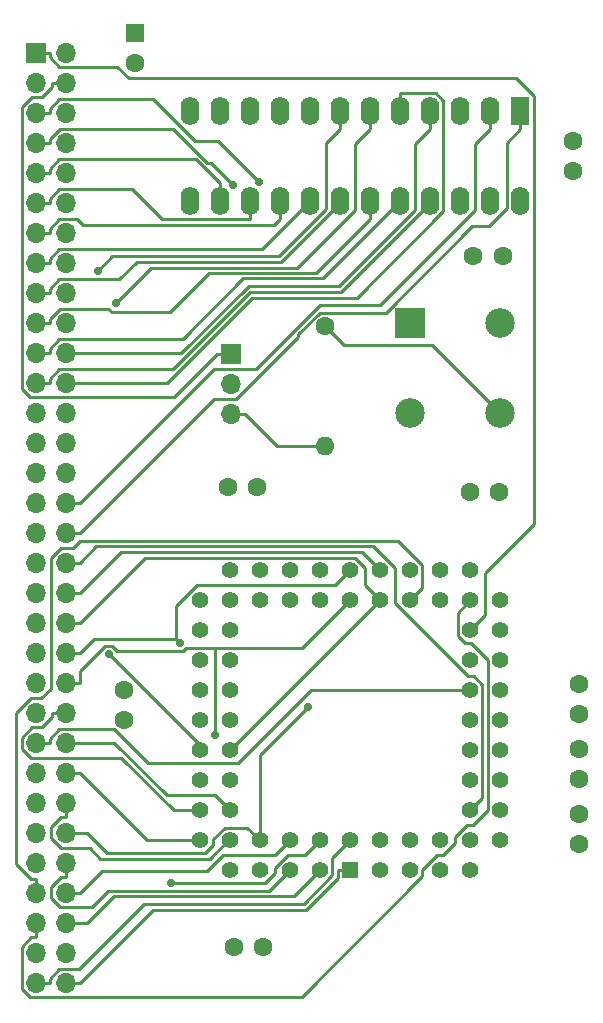
<source format=gbl>
G04 #@! TF.GenerationSoftware,KiCad,Pcbnew,8.0.0*
G04 #@! TF.CreationDate,2024-03-01T09:31:10-05:00*
G04 #@! TF.ProjectId,Rosco-CoPro,526f7363-6f2d-4436-9f50-726f2e6b6963,rev?*
G04 #@! TF.SameCoordinates,Original*
G04 #@! TF.FileFunction,Copper,L4,Bot*
G04 #@! TF.FilePolarity,Positive*
%FSLAX46Y46*%
G04 Gerber Fmt 4.6, Leading zero omitted, Abs format (unit mm)*
G04 Created by KiCad (PCBNEW 8.0.0) date 2024-03-01 09:31:10*
%MOMM*%
%LPD*%
G01*
G04 APERTURE LIST*
G04 #@! TA.AperFunction,ComponentPad*
%ADD10C,1.600000*%
G04 #@! TD*
G04 #@! TA.AperFunction,ComponentPad*
%ADD11R,1.700000X1.700000*%
G04 #@! TD*
G04 #@! TA.AperFunction,ComponentPad*
%ADD12O,1.700000X1.700000*%
G04 #@! TD*
G04 #@! TA.AperFunction,ComponentPad*
%ADD13O,1.600000X1.600000*%
G04 #@! TD*
G04 #@! TA.AperFunction,ComponentPad*
%ADD14R,1.600000X2.400000*%
G04 #@! TD*
G04 #@! TA.AperFunction,ComponentPad*
%ADD15O,1.600000X2.400000*%
G04 #@! TD*
G04 #@! TA.AperFunction,ComponentPad*
%ADD16R,1.422400X1.422400*%
G04 #@! TD*
G04 #@! TA.AperFunction,ComponentPad*
%ADD17C,1.422400*%
G04 #@! TD*
G04 #@! TA.AperFunction,ComponentPad*
%ADD18R,1.600000X1.600000*%
G04 #@! TD*
G04 #@! TA.AperFunction,ComponentPad*
%ADD19R,2.500000X2.500000*%
G04 #@! TD*
G04 #@! TA.AperFunction,ComponentPad*
%ADD20C,2.500000*%
G04 #@! TD*
G04 #@! TA.AperFunction,ViaPad*
%ADD21C,0.700000*%
G04 #@! TD*
G04 #@! TA.AperFunction,Conductor*
%ADD22C,0.250000*%
G04 #@! TD*
G04 APERTURE END LIST*
D10*
X54750000Y-97000000D03*
X57250000Y-97000000D03*
D11*
X55020000Y-85783300D03*
D12*
X55020000Y-88323300D03*
X55020000Y-90863300D03*
D10*
X63000000Y-83420000D03*
D13*
X63000000Y-93580000D03*
D10*
X84500000Y-119250000D03*
X84500000Y-121750000D03*
X55250000Y-136000000D03*
X57750000Y-136000000D03*
X75250000Y-97500000D03*
X77750000Y-97500000D03*
X46000000Y-116750000D03*
X46000000Y-114250000D03*
D14*
X79480000Y-65220000D03*
D15*
X76940000Y-65220000D03*
X74400000Y-65220000D03*
X71860000Y-65220000D03*
X69320000Y-65220000D03*
X66780000Y-65220000D03*
X64240000Y-65220000D03*
X61700000Y-65220000D03*
X59160000Y-65220000D03*
X56620000Y-65220000D03*
X54080000Y-65220000D03*
X51540000Y-65220000D03*
X51540000Y-72840000D03*
X54080000Y-72840000D03*
X56620000Y-72840000D03*
X59160000Y-72840000D03*
X61700000Y-72840000D03*
X64240000Y-72840000D03*
X66780000Y-72840000D03*
X69320000Y-72840000D03*
X71860000Y-72840000D03*
X74400000Y-72840000D03*
X76940000Y-72840000D03*
X79480000Y-72840000D03*
D10*
X84500000Y-116250000D03*
X84500000Y-113750000D03*
D16*
X65100000Y-129500000D03*
D17*
X65100000Y-126960000D03*
X67640000Y-129500000D03*
X67640000Y-126960000D03*
X70180000Y-129500000D03*
X70180000Y-126960000D03*
X72720000Y-129500000D03*
X72720000Y-126960000D03*
X75260000Y-129500000D03*
X77800000Y-126960000D03*
X75260000Y-126960000D03*
X77800000Y-124420000D03*
X75260000Y-124420000D03*
X77800000Y-121880000D03*
X75260000Y-121880000D03*
X77800000Y-119340000D03*
X75260000Y-119340000D03*
X77800000Y-116800000D03*
X75260000Y-116800000D03*
X77800000Y-114260000D03*
X75260000Y-114260000D03*
X77800000Y-111720000D03*
X75260000Y-111720000D03*
X77800000Y-109180000D03*
X75260000Y-109180000D03*
X77800000Y-106640000D03*
X75260000Y-104100000D03*
X75260000Y-106640000D03*
X72720000Y-104100000D03*
X72720000Y-106640000D03*
X70180000Y-104100000D03*
X70180000Y-106640000D03*
X67640000Y-104100000D03*
X67640000Y-106640000D03*
X65100000Y-104100000D03*
X65100000Y-106640000D03*
X62560000Y-104100000D03*
X62560000Y-106640000D03*
X60020000Y-104100000D03*
X60020000Y-106640000D03*
X57480000Y-104100000D03*
X57480000Y-106640000D03*
X54940000Y-104100000D03*
X52400000Y-106640000D03*
X54940000Y-106640000D03*
X52400000Y-109180000D03*
X54940000Y-109180000D03*
X52400000Y-111720000D03*
X54940000Y-111720000D03*
X52400000Y-114260000D03*
X54940000Y-114260000D03*
X52400000Y-116800000D03*
X54940000Y-116800000D03*
X52400000Y-119340000D03*
X54940000Y-119340000D03*
X52400000Y-121880000D03*
X54940000Y-121880000D03*
X52400000Y-124420000D03*
X54940000Y-124420000D03*
X52400000Y-126960000D03*
X54940000Y-129500000D03*
X54940000Y-126960000D03*
X57480000Y-129500000D03*
X57480000Y-126960000D03*
X60020000Y-129500000D03*
X60020000Y-126960000D03*
X62560000Y-129500000D03*
X62560000Y-126960000D03*
D18*
X46930000Y-58624900D03*
D10*
X46930000Y-61124900D03*
X84500000Y-127250000D03*
X84500000Y-124750000D03*
X78020000Y-77500000D03*
X75520000Y-77500000D03*
D11*
X38500000Y-60300000D03*
D12*
X41040000Y-60300000D03*
X38500000Y-62840000D03*
X41040000Y-62840000D03*
X38500000Y-65380000D03*
X41040000Y-65380000D03*
X38500000Y-67920000D03*
X41040000Y-67920000D03*
X38500000Y-70460000D03*
X41040000Y-70460000D03*
X38500000Y-73000000D03*
X41040000Y-73000000D03*
X38500000Y-75540000D03*
X41040000Y-75540000D03*
X38500000Y-78080000D03*
X41040000Y-78080000D03*
X38500000Y-80620000D03*
X41040000Y-80620000D03*
X38500000Y-83160000D03*
X41040000Y-83160000D03*
X38500000Y-85700000D03*
X41040000Y-85700000D03*
X38500000Y-88240000D03*
X41040000Y-88240000D03*
X38500000Y-90780000D03*
X41040000Y-90780000D03*
X38500000Y-93320000D03*
X41040000Y-93320000D03*
X38500000Y-95860000D03*
X41040000Y-95860000D03*
X38500000Y-98400000D03*
X41040000Y-98400000D03*
X38500000Y-100940000D03*
X41040000Y-100940000D03*
X38500000Y-103480000D03*
X41040000Y-103480000D03*
X38500000Y-106020000D03*
X41040000Y-106020000D03*
X38500000Y-108560000D03*
X41040000Y-108560000D03*
X38500000Y-111100000D03*
X41040000Y-111100000D03*
X38500000Y-113640000D03*
X41040000Y-113640000D03*
X38500000Y-116180000D03*
X41040000Y-116180000D03*
X38500000Y-118720000D03*
X41040000Y-118720000D03*
X38500000Y-121260000D03*
X41040000Y-121260000D03*
X38500000Y-123800000D03*
X41040000Y-123800000D03*
X38500000Y-126340000D03*
X41040000Y-126340000D03*
X38500000Y-128880000D03*
X41040000Y-128880000D03*
X38500000Y-131420000D03*
X41040000Y-131420000D03*
X38500000Y-133960000D03*
X41040000Y-133960000D03*
X38500000Y-136500000D03*
X41040000Y-136500000D03*
X38500000Y-139040000D03*
X41040000Y-139040000D03*
D10*
X84000000Y-70250000D03*
X84000000Y-67750000D03*
D19*
X70210000Y-83190000D03*
D20*
X70210000Y-90810000D03*
X77830000Y-90810000D03*
X77830000Y-83190000D03*
D21*
X45261700Y-81483100D03*
X55179800Y-71454400D03*
X57362200Y-71234300D03*
X61514400Y-115691300D03*
X43741200Y-78749400D03*
X53670000Y-117996400D03*
X50714500Y-110208100D03*
X44664400Y-111153800D03*
X49947600Y-130580000D03*
D22*
X48266800Y-78478000D02*
X60608900Y-78478000D01*
X45261700Y-81483100D02*
X48266800Y-78478000D01*
X65534800Y-73552100D02*
X65534800Y-67991900D01*
X66780000Y-65220000D02*
X66780000Y-66746700D01*
X60608900Y-78478000D02*
X65534800Y-73552100D01*
X65534800Y-67991900D02*
X66780000Y-66746700D01*
X61700000Y-72840000D02*
X57636700Y-76903300D01*
X57636700Y-76903300D02*
X40485600Y-76903300D01*
X39676700Y-77712200D02*
X39676700Y-78080000D01*
X40485600Y-76903300D02*
X39676700Y-77712200D01*
X38500000Y-78080000D02*
X39676700Y-78080000D01*
X59160000Y-72840000D02*
X59160000Y-74366700D01*
X39676700Y-75540000D02*
X39676700Y-75172200D01*
X40485600Y-74363300D02*
X42011600Y-74363300D01*
X58682700Y-74844000D02*
X59160000Y-74366700D01*
X39676700Y-75172200D02*
X40485600Y-74363300D01*
X42011600Y-74363300D02*
X42492300Y-74844000D01*
X42492300Y-74844000D02*
X58682700Y-74844000D01*
X38500000Y-75540000D02*
X39676700Y-75540000D01*
X56620000Y-72840000D02*
X56620000Y-74366700D01*
X39676700Y-73000000D02*
X39676700Y-72632300D01*
X38500000Y-73000000D02*
X39676700Y-73000000D01*
X46674600Y-71819900D02*
X49221400Y-74366700D01*
X49221400Y-74366700D02*
X56620000Y-74366700D01*
X39676700Y-72632300D02*
X40489100Y-71819900D01*
X40489100Y-71819900D02*
X46674600Y-71819900D01*
X54077900Y-71313300D02*
X54080000Y-71313300D01*
X54080000Y-72840000D02*
X54080000Y-71313300D01*
X38500000Y-70460000D02*
X39676700Y-70460000D01*
X39676700Y-70460000D02*
X39676700Y-70092300D01*
X39676700Y-70092300D02*
X40491500Y-69277500D01*
X52042100Y-69277500D02*
X54077900Y-71313300D01*
X40491500Y-69277500D02*
X52042100Y-69277500D01*
X40516200Y-66712800D02*
X50116200Y-66712800D01*
X53292600Y-69567200D02*
X55179800Y-71454400D01*
X39676700Y-67920000D02*
X39676700Y-67552300D01*
X52970600Y-69567200D02*
X53292600Y-69567200D01*
X39676700Y-67552300D02*
X40516200Y-66712800D01*
X38500000Y-67920000D02*
X39676700Y-67920000D01*
X50116200Y-66712800D02*
X52970600Y-69567200D01*
X48383900Y-64189400D02*
X51966300Y-67771800D01*
X40499600Y-64189400D02*
X48383900Y-64189400D01*
X38500000Y-65380000D02*
X39676700Y-65380000D01*
X53899700Y-67771800D02*
X57362200Y-71234300D01*
X39676700Y-65012300D02*
X40499600Y-64189400D01*
X39676700Y-65380000D02*
X39676700Y-65012300D01*
X51966300Y-67771800D02*
X53899700Y-67771800D01*
X80684800Y-100197100D02*
X76530000Y-104351900D01*
X39676700Y-60667800D02*
X40485600Y-61476700D01*
X46350300Y-62441600D02*
X79175400Y-62441600D01*
X45385400Y-61476700D02*
X46350300Y-62441600D01*
X76530000Y-104351900D02*
X76530000Y-107910000D01*
X39676700Y-60300000D02*
X39676700Y-60667800D01*
X38500000Y-60300000D02*
X39676700Y-60300000D01*
X79175400Y-62441600D02*
X80684800Y-63951000D01*
X76530000Y-107910000D02*
X75260000Y-109180000D01*
X80684800Y-63951000D02*
X80684800Y-100197100D01*
X40485600Y-61476700D02*
X45385400Y-61476700D01*
X42121900Y-137863300D02*
X47679300Y-132305900D01*
X38500000Y-139040000D02*
X39676700Y-139040000D01*
X39676700Y-139040000D02*
X39676700Y-138672200D01*
X61222000Y-132305900D02*
X63610400Y-129917500D01*
X63610400Y-128449600D02*
X65100000Y-126960000D01*
X40485600Y-137863300D02*
X42121900Y-137863300D01*
X39676700Y-138672200D02*
X40485600Y-137863300D01*
X63610400Y-129917500D02*
X63610400Y-128449600D01*
X47679300Y-132305900D02*
X61222000Y-132305900D01*
X58750000Y-128230000D02*
X54308800Y-128230000D01*
X44100200Y-129536500D02*
X42216700Y-131420000D01*
X60020000Y-126960000D02*
X58750000Y-128230000D01*
X53002300Y-129536500D02*
X44100200Y-129536500D01*
X54308800Y-128230000D02*
X53002300Y-129536500D01*
X41040000Y-131420000D02*
X42216700Y-131420000D01*
X39824700Y-131869500D02*
X40568000Y-132612800D01*
X40672300Y-130056700D02*
X39824700Y-130904300D01*
X43245700Y-132612800D02*
X44601800Y-131256700D01*
X41040000Y-128880000D02*
X41040000Y-130056700D01*
X58263300Y-131256700D02*
X60020000Y-129500000D01*
X39824700Y-130904300D02*
X39824700Y-131869500D01*
X40568000Y-132612800D02*
X43245700Y-132612800D01*
X44601800Y-131256700D02*
X58263300Y-131256700D01*
X41040000Y-130056700D02*
X40672300Y-130056700D01*
X44514000Y-127998400D02*
X42855600Y-126340000D01*
X54505400Y-125883300D02*
X53509900Y-126878800D01*
X57480000Y-119725700D02*
X61514400Y-115691300D01*
X57480000Y-126960000D02*
X57480000Y-119725700D01*
X53509900Y-127347600D02*
X52859100Y-127998400D01*
X42855600Y-126340000D02*
X42216700Y-126340000D01*
X56403300Y-125883300D02*
X54505400Y-125883300D01*
X53509900Y-126878800D02*
X53509900Y-127347600D01*
X41040000Y-126340000D02*
X42216700Y-126340000D01*
X52859100Y-127998400D02*
X44514000Y-127998400D01*
X57480000Y-126960000D02*
X56403300Y-125883300D01*
X39676700Y-85700000D02*
X39676700Y-85332200D01*
X38500000Y-85700000D02*
X39676700Y-85700000D01*
X56058900Y-79384300D02*
X62775700Y-79384300D01*
X40485600Y-84523300D02*
X50919900Y-84523300D01*
X62775700Y-79384300D02*
X69320000Y-72840000D01*
X50919900Y-84523300D02*
X56058900Y-79384300D01*
X39676700Y-85332200D02*
X40485600Y-84523300D01*
X38500000Y-88240000D02*
X39676700Y-88240000D01*
X39676700Y-87872200D02*
X40485600Y-87063300D01*
X40485600Y-87063300D02*
X50114700Y-87063300D01*
X39676700Y-88240000D02*
X39676700Y-87872200D01*
X56666000Y-80512000D02*
X64307100Y-80512000D01*
X50114700Y-87063300D02*
X56666000Y-80512000D01*
X64307100Y-80512000D02*
X71860000Y-72959100D01*
X71860000Y-72959100D02*
X71860000Y-72840000D01*
X66780000Y-72840000D02*
X66780000Y-74366700D01*
X53185700Y-78932600D02*
X62214100Y-78932600D01*
X40527900Y-81941100D02*
X44633400Y-81941100D01*
X44914700Y-82222400D02*
X49895900Y-82222400D01*
X39676700Y-83160000D02*
X39676700Y-82792300D01*
X38500000Y-83160000D02*
X39676700Y-83160000D01*
X49895900Y-82222400D02*
X53185700Y-78932600D01*
X44633400Y-81941100D02*
X44914700Y-82222400D01*
X39676700Y-82792300D02*
X40527900Y-81941100D01*
X62214100Y-78932600D02*
X66780000Y-74366700D01*
X45559500Y-79443300D02*
X40485600Y-79443300D01*
X47039800Y-77963000D02*
X45559500Y-79443300D01*
X59258800Y-77963000D02*
X47039800Y-77963000D01*
X38500000Y-80620000D02*
X39676700Y-80620000D01*
X64240000Y-72981800D02*
X59258800Y-77963000D01*
X39676700Y-80252200D02*
X39676700Y-80620000D01*
X64240000Y-72840000D02*
X64240000Y-72981800D01*
X40485600Y-79443300D02*
X39676700Y-80252200D01*
X44979400Y-77511200D02*
X43741200Y-78749400D01*
X63081400Y-67905300D02*
X63081400Y-73501500D01*
X59071700Y-77511200D02*
X44979400Y-77511200D01*
X64240000Y-65220000D02*
X64240000Y-66746700D01*
X63081400Y-73501500D02*
X59071700Y-77511200D01*
X64240000Y-66746700D02*
X63081400Y-67905300D01*
X41040000Y-123800000D02*
X41040000Y-124976700D01*
X40672300Y-124976700D02*
X39824700Y-125824300D01*
X53238100Y-128501800D02*
X54779900Y-126960000D01*
X39824700Y-125824300D02*
X39824700Y-126789500D01*
X40645200Y-127610000D02*
X43077100Y-127610000D01*
X43077100Y-127610000D02*
X43968900Y-128501800D01*
X43968900Y-128501800D02*
X53238100Y-128501800D01*
X39824700Y-126789500D02*
X40645200Y-127610000D01*
X41040000Y-124976700D02*
X40672300Y-124976700D01*
X54779900Y-126960000D02*
X54940000Y-126960000D01*
X41040000Y-121260000D02*
X42216700Y-121260000D01*
X42216700Y-121260000D02*
X47916700Y-126960000D01*
X47916700Y-126960000D02*
X52400000Y-126960000D01*
X49578300Y-123150000D02*
X53670000Y-123150000D01*
X53670000Y-123150000D02*
X54940000Y-124420000D01*
X45148300Y-118720000D02*
X49578300Y-123150000D01*
X41040000Y-118720000D02*
X45148300Y-118720000D01*
X45748200Y-119990000D02*
X50178200Y-124420000D01*
X38085300Y-119990000D02*
X45748200Y-119990000D01*
X50178200Y-124420000D02*
X52400000Y-124420000D01*
X38189700Y-117356700D02*
X37291600Y-118254800D01*
X39863300Y-116180000D02*
X39863300Y-116547800D01*
X37291600Y-119196300D02*
X38085300Y-119990000D01*
X37291600Y-118254800D02*
X37291600Y-119196300D01*
X41040000Y-116180000D02*
X39863300Y-116180000D01*
X39054400Y-117356700D02*
X38189700Y-117356700D01*
X39863300Y-116547800D02*
X39054400Y-117356700D01*
X44335500Y-110477100D02*
X42216700Y-112595900D01*
X53670000Y-110679700D02*
X53670000Y-117996400D01*
X41040000Y-113640000D02*
X42216700Y-113640000D01*
X50994800Y-110884800D02*
X45352400Y-110884800D01*
X61060300Y-110679700D02*
X53670000Y-110679700D01*
X44944700Y-110477100D02*
X44335500Y-110477100D01*
X65100000Y-106640000D02*
X61060300Y-110679700D01*
X51199900Y-110679700D02*
X50994800Y-110884800D01*
X53670000Y-110679700D02*
X51199900Y-110679700D01*
X45352400Y-110884800D02*
X44944700Y-110477100D01*
X42216700Y-112595900D02*
X42216700Y-113640000D01*
X50404400Y-109898000D02*
X50404400Y-107138700D01*
X50404400Y-109898000D02*
X50714500Y-110208100D01*
X50404400Y-107138700D02*
X52173100Y-105370000D01*
X42216700Y-111100000D02*
X43418700Y-109898000D01*
X43418700Y-109898000D02*
X50404400Y-109898000D01*
X52173100Y-105370000D02*
X63830000Y-105370000D01*
X41040000Y-111100000D02*
X42216700Y-111100000D01*
X63830000Y-105370000D02*
X65100000Y-104100000D01*
X66370000Y-105370000D02*
X67640000Y-106640000D01*
X66370000Y-103902100D02*
X66370000Y-105370000D01*
X41040000Y-108560000D02*
X42216700Y-108560000D01*
X42216700Y-108560000D02*
X47735500Y-103041200D01*
X67640000Y-106640000D02*
X54940000Y-119340000D01*
X47735500Y-103041200D02*
X65509100Y-103041200D01*
X65509100Y-103041200D02*
X66370000Y-103902100D01*
X52400000Y-118889400D02*
X52400000Y-119340000D01*
X45680600Y-102556100D02*
X66096100Y-102556100D01*
X41040000Y-106020000D02*
X42216700Y-106020000D01*
X44664400Y-111153800D02*
X52400000Y-118889400D01*
X42216700Y-106020000D02*
X45680600Y-102556100D01*
X66096100Y-102556100D02*
X67640000Y-104100000D01*
X74795900Y-110257500D02*
X74211200Y-109672800D01*
X37313000Y-135956000D02*
X37313000Y-139564500D01*
X71217900Y-129493500D02*
X72481400Y-128230000D01*
X74211200Y-107688800D02*
X75260000Y-106640000D01*
X38500000Y-135136700D02*
X38132300Y-135136700D01*
X75317900Y-110257500D02*
X74795900Y-110257500D01*
X37313000Y-139564500D02*
X37979600Y-140231100D01*
X75009700Y-125690000D02*
X75492200Y-125690000D01*
X73990000Y-126709700D02*
X75009700Y-125690000D01*
X76757000Y-124425200D02*
X76757000Y-111696600D01*
X38500000Y-133960000D02*
X38500000Y-135136700D01*
X37979600Y-140231100D02*
X60999000Y-140231100D01*
X76757000Y-111696600D02*
X75317900Y-110257500D01*
X60999000Y-140231100D02*
X71217900Y-130012200D01*
X73990000Y-127210400D02*
X73990000Y-126709700D01*
X74211200Y-109672800D02*
X74211200Y-107688800D01*
X72970400Y-128230000D02*
X73990000Y-127210400D01*
X38132300Y-135136700D02*
X37313000Y-135956000D01*
X72481400Y-128230000D02*
X72970400Y-128230000D01*
X71217900Y-130012200D02*
X71217900Y-129493500D01*
X75492200Y-125690000D02*
X76757000Y-124425200D01*
X38182200Y-64016700D02*
X37307300Y-64891600D01*
X39863300Y-62840000D02*
X39863300Y-63207800D01*
X37307300Y-88756300D02*
X37976800Y-89425800D01*
X39863300Y-63207800D02*
X39054400Y-64016700D01*
X55020000Y-85783300D02*
X53843300Y-85783300D01*
X37307300Y-64891600D02*
X37307300Y-88756300D01*
X37976800Y-89425800D02*
X50200800Y-89425800D01*
X39054400Y-64016700D02*
X38182200Y-64016700D01*
X50200800Y-89425800D02*
X53843300Y-85783300D01*
X41040000Y-62840000D02*
X39863300Y-62840000D01*
X56196700Y-90863300D02*
X58913400Y-93580000D01*
X58913400Y-93580000D02*
X63000000Y-93580000D01*
X55020000Y-90863300D02*
X56196700Y-90863300D01*
X63000000Y-83420000D02*
X64578400Y-84998400D01*
X72018400Y-84998400D02*
X77830000Y-90810000D01*
X64578400Y-84998400D02*
X72018400Y-84998400D01*
X76840300Y-74961600D02*
X78353300Y-73448600D01*
X42216700Y-100940000D02*
X53563400Y-89593300D01*
X53563400Y-89593300D02*
X55432300Y-89593300D01*
X78353300Y-67873400D02*
X79480000Y-66746700D01*
X60725300Y-84300300D02*
X60725300Y-84094800D01*
X68138800Y-82293300D02*
X75470500Y-74961600D01*
X60725300Y-84094800D02*
X62526800Y-82293300D01*
X75470500Y-74961600D02*
X76840300Y-74961600D01*
X79480000Y-65220000D02*
X79480000Y-66746700D01*
X62526800Y-82293300D02*
X68138800Y-82293300D01*
X41040000Y-100940000D02*
X42216700Y-100940000D01*
X78353300Y-73448600D02*
X78353300Y-67873400D01*
X55432300Y-89593300D02*
X60725300Y-84300300D01*
X48021800Y-120434800D02*
X55592600Y-120434800D01*
X39676700Y-118720000D02*
X39676700Y-118352200D01*
X40485600Y-117543300D02*
X45130300Y-117543300D01*
X38500000Y-118720000D02*
X39676700Y-118720000D01*
X61767400Y-114260000D02*
X75260000Y-114260000D01*
X55592600Y-120434800D02*
X61767400Y-114260000D01*
X39676700Y-118352200D02*
X40485600Y-117543300D01*
X45130300Y-117543300D02*
X48021800Y-120434800D01*
X57119300Y-87053300D02*
X53563400Y-87053300D01*
X76940000Y-66746700D02*
X75675400Y-68011300D01*
X75675400Y-68011300D02*
X75675400Y-73573600D01*
X62537100Y-81635500D02*
X57119300Y-87053300D01*
X41040000Y-98400000D02*
X42216700Y-98400000D01*
X76940000Y-65220000D02*
X76940000Y-66746700D01*
X53563400Y-87053300D02*
X42216700Y-98400000D01*
X67613500Y-81635500D02*
X62537100Y-81635500D01*
X75675400Y-73573600D02*
X67613500Y-81635500D01*
X73012100Y-64367300D02*
X73012100Y-73684600D01*
X72338100Y-63693300D02*
X73012100Y-64367300D01*
X73012100Y-73684600D02*
X65657200Y-81039500D01*
X69320000Y-65220000D02*
X69320000Y-63693300D01*
X49615900Y-88240000D02*
X42216700Y-88240000D01*
X41040000Y-88240000D02*
X42216700Y-88240000D01*
X56816400Y-81039500D02*
X49615900Y-88240000D01*
X65657200Y-81039500D02*
X56816400Y-81039500D01*
X69320000Y-63693300D02*
X72338100Y-63693300D01*
X56515500Y-79984500D02*
X50800000Y-85700000D01*
X50800000Y-85700000D02*
X41040000Y-85700000D01*
X64173400Y-79984500D02*
X56515500Y-79984500D01*
X71860000Y-65220000D02*
X71860000Y-66746700D01*
X70590000Y-73567900D02*
X64173400Y-79984500D01*
X70590000Y-68016700D02*
X70590000Y-73567900D01*
X71860000Y-66746700D02*
X70590000Y-68016700D01*
X75084000Y-113074900D02*
X75572400Y-113074900D01*
X75572400Y-113074900D02*
X76298600Y-113801100D01*
X41040000Y-103480000D02*
X42216700Y-103480000D01*
X68910000Y-106900900D02*
X75084000Y-113074900D01*
X67082700Y-102070900D02*
X68910000Y-103898200D01*
X76298600Y-113801100D02*
X76298600Y-123381400D01*
X68910000Y-103898200D02*
X68910000Y-106900900D01*
X42216700Y-103480000D02*
X43625800Y-102070900D01*
X43625800Y-102070900D02*
X67082700Y-102070900D01*
X76298600Y-123381400D02*
X75260000Y-124420000D01*
X70180000Y-106640000D02*
X71221700Y-105598300D01*
X69151800Y-101596500D02*
X42222300Y-101596500D01*
X71221700Y-105598300D02*
X71221700Y-103666400D01*
X38500000Y-131420000D02*
X38500000Y-130243300D01*
X71221700Y-103666400D02*
X69151800Y-101596500D01*
X38075800Y-114910000D02*
X36806600Y-116179200D01*
X39770000Y-114115500D02*
X38975500Y-114910000D01*
X40609200Y-102210000D02*
X39770000Y-103049200D01*
X38132300Y-130243300D02*
X38500000Y-130243300D01*
X41608800Y-102210000D02*
X40609200Y-102210000D01*
X39770000Y-103049200D02*
X39770000Y-114115500D01*
X42222300Y-101596500D02*
X41608800Y-102210000D01*
X38975500Y-114910000D02*
X38075800Y-114910000D01*
X36806600Y-128917600D02*
X38132300Y-130243300D01*
X36806600Y-116179200D02*
X36806600Y-128917600D01*
X58750000Y-129755600D02*
X58750000Y-129287400D01*
X57925600Y-130580000D02*
X58750000Y-129755600D01*
X49947600Y-130580000D02*
X57925600Y-130580000D01*
X59807400Y-128230000D02*
X61290000Y-128230000D01*
X58750000Y-129287400D02*
X59807400Y-128230000D01*
X61290000Y-128230000D02*
X62560000Y-126960000D01*
X45107000Y-131708400D02*
X42855400Y-133960000D01*
X41040000Y-133960000D02*
X42216700Y-133960000D01*
X42855400Y-133960000D02*
X42216700Y-133960000D01*
X62560000Y-129500000D02*
X60351600Y-131708400D01*
X60351600Y-131708400D02*
X45107000Y-131708400D01*
X42216700Y-139040000D02*
X48445500Y-132811200D01*
X48445500Y-132811200D02*
X61389900Y-132811200D01*
X65100000Y-129500000D02*
X64062100Y-129500000D01*
X64062100Y-130139000D02*
X64062100Y-129500000D01*
X61389900Y-132811200D02*
X64062100Y-130139000D01*
X41040000Y-139040000D02*
X42216700Y-139040000D01*
M02*

</source>
